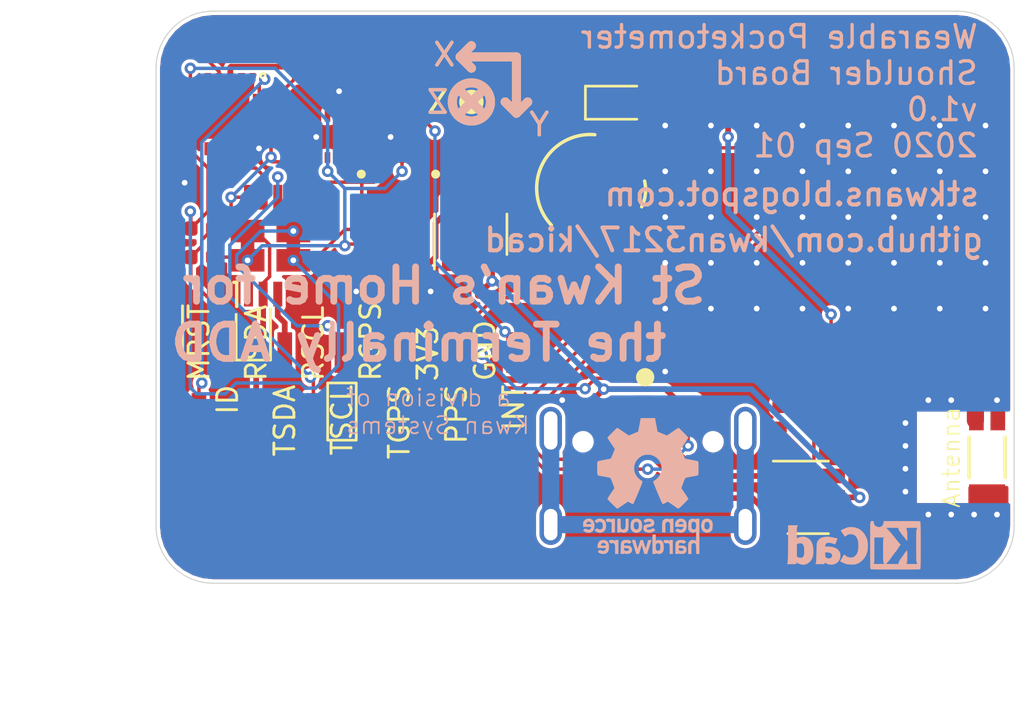
<source format=kicad_pcb>
(kicad_pcb (version 20171130) (host pcbnew 5.1.6-c6e7f7d~87~ubuntu18.04.1)
  (layers (0 F.Cu signal) (31 B.Cu signal) (34 B.Paste user) (35 F.Paste user) (36 B.SilkS user) (37 F.SilkS user) (38 B.Mask user) (39 F.Mask user) (44 Edge.Cuts user))
  (net 0 "")
  (net 1 /Shoulder/GPS/V_BATT)
  (net 2 /Shoulder/Q_3V3)
  (net 3 "Net-(D601-Pad1)")
  (net 4 /Shoulder/GPS/GPS_ANT1)
  (net 5 /Shoulder/SCL)
  (net 6 /Shoulder/SDA)
  (net 7 +5V)
  (net 8 /Shoulder/GPS/Regulator/BYP)
  (net 9 /Shoulder/GPS/USB/CC1)
  (net 10 /Shoulder/GPS/USB/PD-)
  (net 11 /Shoulder/GPS/USB/PD+)
  (net 12 /Shoulder/GPS/USB/CC2)
  (net 13 "Net-(J701-PadS1)")
  (net 14 /Shoulder/GPS/R_D+)
  (net 15 /Shoulder/GPS/R_D-)
  (net 16 /Shoulder/GPS/D-)
  (net 17 /Shoulder/GPS/D+)
  (net 18 /Shoulder/Q_MAG~RST)
  (net 19 /Shoulder/Q_PPS)
  (net 20 /Shoulder/Q_TX_SDA)
  (net 21 /Shoulder/Q_RX_SDA)
  (net 22 /Shoulder/Q_TX_SCL)
  (net 23 /Shoulder/Q_RX_SCL)
  (net 24 /Shoulder/Q_TX_GPS)
  (net 25 /Shoulder/Q_RX_GPS)
  (net 26 /Shoulder/Q_INT)
  (net 27 "Net-(R620-Pad1)")
  (net 28 "Net-(R621-Pad1)")
  (net 29 /Shoulder/Q_GND)
  (module KwanSystems:GCTUSBTypeC_PTH (layer F.Cu) (at 120.904 86.36)
    (fp_text reference J701 hide)
    (fp_text value USB_C_Receptacle_USB2.0)
    (pad "" np_thru_hole circle (at -2.89 -6.28) (size 0.65 0.65) (drill 0.65) (layers *.Cu *.Mask))
    (pad "" np_thru_hole circle (at 2.89 -6.28) (size 0.65 0.65) (drill 0.65) (layers *.Cu *.Mask))
    (pad A1 smd rect (at -3.2 -7.6425) (size 0.6 0.575) (layers F.Cu F.Paste F.Mask) (net 29 /Shoulder/Q_GND))
    (pad A12 smd rect (at 3.2 -7.6425) (size 0.6 0.575) (layers F.Cu F.Paste F.Mask) (net 29 /Shoulder/Q_GND))
    (pad B12 smd rect (at -3.2 -7.0675) (size 0.6 0.575) (layers F.Cu F.Paste F.Mask) (net 29 /Shoulder/Q_GND))
    (pad A4 smd rect (at -2.4 -7.6425) (size 0.6 0.575) (layers F.Cu F.Paste F.Mask) (net 7 +5V))
    (pad B9 smd rect (at -2.4 -7.0675) (size 0.6 0.575) (layers F.Cu F.Paste F.Mask) (net 7 +5V))
    (pad B8 smd rect (at -1.75 -7.355) (size 0.3 1.15) (layers F.Cu F.Paste F.Mask))
    (pad A5 smd rect (at -1.25 -7.355) (size 0.3 1.15) (layers F.Cu F.Paste F.Mask) (net 9 /Shoulder/GPS/USB/CC1))
    (pad B7 smd rect (at -0.75 -7.355) (size 0.3 1.15) (layers F.Cu F.Paste F.Mask) (net 10 /Shoulder/GPS/USB/PD-))
    (pad A6 smd rect (at -0.25 -7.355) (size 0.3 1.15) (layers F.Cu F.Paste F.Mask) (net 11 /Shoulder/GPS/USB/PD+))
    (pad A7 smd rect (at 0.25 -7.355) (size 0.3 1.15) (layers F.Cu F.Paste F.Mask) (net 10 /Shoulder/GPS/USB/PD-))
    (pad B6 smd rect (at 0.75 -7.355) (size 0.3 1.15) (layers F.Cu F.Paste F.Mask) (net 11 /Shoulder/GPS/USB/PD+))
    (pad A8 smd rect (at 1.25 -7.355) (size 0.3 1.15) (layers F.Cu F.Paste F.Mask))
    (pad B5 smd rect (at 1.75 -7.355) (size 0.3 1.15) (layers F.Cu F.Paste F.Mask) (net 12 /Shoulder/GPS/USB/CC2))
    (pad B4 smd rect (at 2.4 -7.0675) (size 0.6 0.575) (layers F.Cu F.Paste F.Mask) (net 7 +5V))
    (pad A9 smd rect (at 2.4 -7.6425) (size 0.6 0.575) (layers F.Cu F.Paste F.Mask) (net 7 +5V))
    (pad B1 smd rect (at 3.2 -7.0675) (size 0.6 0.575) (layers F.Cu F.Paste F.Mask) (net 29 /Shoulder/Q_GND))
    (pad S1 thru_hole oval (at -4.32 -6.78) (size 1 2.1) (drill oval 0.6 1.7) (layers *.Cu *.Mask) (net 13 "Net-(J701-PadS1)"))
    (pad S1 thru_hole oval (at -4.32 -2.6) (size 1 1.8) (drill oval 0.6 1.4) (layers *.Cu *.Mask) (net 13 "Net-(J701-PadS1)"))
    (pad S1 thru_hole oval (at 4.32 -2.6) (size 1 1.8) (drill oval 0.6 1.4) (layers *.Cu *.Mask) (net 13 "Net-(J701-PadS1)"))
    (pad S1 thru_hole oval (at 4.32 -6.78) (size 1 2.1) (drill oval 0.6 1.7) (layers *.Cu *.Mask) (net 13 "Net-(J701-PadS1)"))
  )
  (module KwanSystems:NEO-M9N_M8T_M8U (layer F.Cu) (at 129.54 70.358 270)
    (fp_text reference U601 hide)
    (fp_text value NEO_M8U hide)
    (pad 1 smd rect (at 6 7 270) (size 1.8 0.8) (layers F.Cu F.Mask))
    (pad 2 smd rect (at 6 5.9 270) (size 1.8 0.8) (layers F.Cu F.Mask))
    (pad 3 smd rect (at 6 4.8 270) (size 1.8 0.8) (layers F.Cu F.Mask) (net 19 /Shoulder/Q_PPS))
    (pad 4 smd rect (at 6 3.7 270) (size 1.8 0.8) (layers F.Cu F.Mask))
    (pad 5 smd rect (at 6 2.6 270) (size 1.8 0.8) (layers F.Cu F.Mask) (net 15 /Shoulder/GPS/R_D-))
    (pad 6 smd rect (at 6 1.5 270) (size 1.8 0.8) (layers F.Cu F.Mask) (net 14 /Shoulder/GPS/R_D+))
    (pad 7 smd rect (at 6 0.4 270) (size 1.8 0.8) (layers F.Cu F.Mask) (net 2 /Shoulder/Q_3V3))
    (pad 8 smd rect (at 6 -2.6 270) (size 1.8 0.8) (layers F.Cu F.Mask))
    (pad 9 smd rect (at 6 -3.7 270) (size 1.8 0.8) (layers F.Cu F.Mask))
    (pad 10 smd rect (at 6 -4.8 270) (size 1.8 0.8) (layers F.Cu F.Mask) (net 29 /Shoulder/Q_GND))
    (pad 11 smd rect (at 6 -5.9 270) (size 1.8 0.8) (layers F.Cu F.Mask) (net 4 /Shoulder/GPS/GPS_ANT1))
    (pad 12 smd rect (at 6 -7 270) (size 1.8 0.8) (layers F.Cu F.Mask) (net 29 /Shoulder/Q_GND))
    (pad 13 smd rect (at -6 -7 90) (size 1.8 0.8) (layers F.Cu F.Mask) (net 29 /Shoulder/Q_GND))
    (pad 14 smd rect (at -6 -5.9 90) (size 1.8 0.8) (layers F.Cu F.Mask))
    (pad 15 smd rect (at -6 -4.8 90) (size 1.8 0.8) (layers F.Cu F.Mask))
    (pad 16 smd rect (at -6 -3.7 90) (size 1.8 0.8) (layers F.Cu F.Mask))
    (pad 17 smd rect (at -6 -2.6 90) (size 1.8 0.8) (layers F.Cu F.Mask))
    (pad 18 smd rect (at -6 0.4 90) (size 1.8 0.8) (layers F.Cu F.Mask))
    (pad 19 smd rect (at -6 1.5 90) (size 1.8 0.8) (layers F.Cu F.Mask))
    (pad 20 smd rect (at -6 2.6 90) (size 1.8 0.8) (layers F.Cu F.Mask) (net 27 "Net-(R620-Pad1)"))
    (pad 21 smd rect (at -6 3.7 90) (size 1.8 0.8) (layers F.Cu F.Mask) (net 28 "Net-(R621-Pad1)"))
    (pad 22 smd rect (at -6 4.8 90) (size 1.8 0.8) (layers F.Cu F.Mask) (net 1 /Shoulder/GPS/V_BATT))
    (pad 23 smd rect (at -6 5.9 90) (size 1.8 0.8) (layers F.Cu F.Mask) (net 2 /Shoulder/Q_3V3))
    (pad 24 smd rect (at -6 7 90) (size 1.8 0.8) (layers F.Cu F.Mask) (net 29 /Shoulder/Q_GND))
  )
  (module Package_SO:TSSOP-8_3x3mm_P0.65mm (layer F.Cu) (at 104.14 71.374 90)
    (fp_text reference U202 hide)
    (fp_text value P82B96)
    (pad 8 smd rect (at 2.15 -0.975 90) (size 1.1 0.4) (layers F.Cu F.Paste F.Mask) (net 2 /Shoulder/Q_3V3))
    (pad 7 smd rect (at 2.15 -0.325 90) (size 1.1 0.4) (layers F.Cu F.Paste F.Mask) (net 5 /Shoulder/SCL))
    (pad 6 smd rect (at 2.15 0.325 90) (size 1.1 0.4) (layers F.Cu F.Paste F.Mask) (net 23 /Shoulder/Q_RX_SCL))
    (pad 5 smd rect (at 2.15 0.975 90) (size 1.1 0.4) (layers F.Cu F.Paste F.Mask) (net 22 /Shoulder/Q_TX_SCL))
    (pad 4 smd rect (at -2.15 0.975 90) (size 1.1 0.4) (layers F.Cu F.Paste F.Mask) (net 29 /Shoulder/Q_GND))
    (pad 3 smd rect (at -2.15 0.325 90) (size 1.1 0.4) (layers F.Cu F.Paste F.Mask) (net 20 /Shoulder/Q_TX_SDA))
    (pad 2 smd rect (at -2.15 -0.325 90) (size 1.1 0.4) (layers F.Cu F.Paste F.Mask) (net 21 /Shoulder/Q_RX_SDA))
    (pad 1 smd rect (at -2.15 -0.975 90) (size 1.1 0.4) (layers F.Cu F.Paste F.Mask) (net 6 /Shoulder/SDA))
  )
  (module KwanSystems:SolderJumper-2_Bridged (layer F.Cu) (at 105.156 71.374 90)
    (fp_text reference J207 hide)
    (fp_text value SolderJumper_2_Open)
    (fp_poly (pts (xy -0.25 -0.3) (xy 0.25 -0.3) (xy 0.25 0.3) (xy -0.25 0.3)) (layer F.Cu) (width 0))
    (pad 1 smd rect (at -0.65 0 90) (size 1 1.5) (layers F.Cu F.Mask) (net 5 /Shoulder/SCL))
    (pad 2 smd rect (at 0.65 0 90) (size 1 1.5) (layers F.Cu F.Mask) (net 22 /Shoulder/Q_TX_SCL))
  )
  (module KwanSystems:SolderJumper-2_Bridged (layer F.Cu) (at 103.124 71.374 90)
    (fp_text reference J201 hide)
    (fp_text value SolderJumper_2_Open)
    (fp_poly (pts (xy -0.25 -0.3) (xy 0.25 -0.3) (xy 0.25 0.3) (xy -0.25 0.3)) (layer F.Cu) (width 0))
    (pad 1 smd rect (at -0.65 0 90) (size 1 1.5) (layers F.Cu F.Mask) (net 6 /Shoulder/SDA))
    (pad 2 smd rect (at 0.65 0 90) (size 1 1.5) (layers F.Cu F.Mask) (net 21 /Shoulder/Q_RX_SDA))
  )
  (module Resistor_SMD:R_0402_1005Metric (layer F.Cu) (at 101.092 70.612 180)
    (fp_text reference R207 hide)
    (fp_text value 10k hide)
    (pad 2 smd roundrect (at 0.485 0 180) (size 0.59 0.64) (layers F.Cu F.Paste F.Mask) (net 5 /Shoulder/SCL))
    (pad 1 smd roundrect (at -0.485 0 180) (size 0.59 0.64) (layers F.Cu F.Paste F.Mask) (net 2 /Shoulder/Q_3V3))
  )
  (module Resistor_SMD:R_0402_1005Metric (layer F.Cu) (at 101.092 71.882)
    (fp_text reference R201 hide)
    (fp_text value 10k hide)
    (pad 2 smd roundrect (at 0.485 0) (size 0.59 0.64) (layers F.Cu F.Paste F.Mask) (net 6 /Shoulder/SDA))
    (pad 1 smd roundrect (at -0.485 0) (size 0.59 0.64) (layers F.Cu F.Paste F.Mask) (net 2 /Shoulder/Q_3V3))
  )
  (module Capacitor_SMD:C_0402_1005Metric (layer F.Cu) (at 113.03 67.31)
    (fp_text reference C805 hide)
    (fp_text value 2.2uF hide)
    (pad 2 smd roundrect (at 0.485 0) (size 0.59 0.64) (layers F.Cu F.Paste F.Mask) (net 29 /Shoulder/Q_GND))
    (pad 1 smd roundrect (at -0.485 0) (size 0.59 0.64) (layers F.Cu F.Paste F.Mask) (net 2 /Shoulder/Q_3V3))
  )
  (module KwanSystems:StKwansSoldermask (layer B.Cu) (at 103.886 81.788 180)
    (fp_text reference G902 hide)
    (fp_text value KwanSystems hide)
    (fp_text user github.com/kwan3217/kicad (at -9.652 10.668 unlocked) (layer B.SilkS) (effects (font (size 1.016 1.016) (thickness 0.1778)) (justify right mirror)))
    (fp_text user stkwans.blogspot.com (at -14.986 12.7 unlocked) (layer B.SilkS) (effects (font (size 1.016 1.016) (thickness 0.1778)) (justify right mirror)))
    (fp_text user "St Kwan's Home for" (at 3.81 8.636 unlocked) (layer B.SilkS) (effects (font (size 1.524 1.524) (thickness 0.3048)) (justify right mirror)))
    (fp_text user "the Terminally ADD" (at 4.318 6.096 unlocked) (layer B.SilkS) (effects (font (size 1.524 1.524) (thickness 0.3048)) (justify right mirror)))
  )
  (module Resistor_SMD:R_0402_1005Metric (layer F.Cu) (at 119.38 74.93)
    (fp_text reference R702 hide)
    (fp_text value 5.1k hide)
    (pad 2 smd roundrect (at 0.485 0) (size 0.59 0.64) (layers F.Cu F.Paste F.Mask) (net 29 /Shoulder/Q_GND))
    (pad 1 smd roundrect (at -0.485 0) (size 0.59 0.64) (layers F.Cu F.Paste F.Mask) (net 12 /Shoulder/GPS/USB/CC2))
  )
  (module Resistor_SMD:R_0402_1005Metric (layer F.Cu) (at 119.38 76.2)
    (fp_text reference R701 hide)
    (fp_text value 5.1k hide)
    (pad 2 smd roundrect (at 0.485 0) (size 0.59 0.64) (layers F.Cu F.Paste F.Mask) (net 29 /Shoulder/Q_GND))
    (pad 1 smd roundrect (at -0.485 0) (size 0.59 0.64) (layers F.Cu F.Paste F.Mask) (net 9 /Shoulder/GPS/USB/CC1))
  )
  (module Resistor_SMD:R_0402_1005Metric (layer F.Cu) (at 125.222 62.484 180)
    (fp_text reference R621 hide)
    (fp_text value 27)
    (pad 2 smd roundrect (at 0.485 0 180) (size 0.59 0.64) (layers F.Cu F.Paste F.Mask) (net 25 /Shoulder/Q_RX_GPS))
    (pad 1 smd roundrect (at -0.485 0 180) (size 0.59 0.64) (layers F.Cu F.Paste F.Mask) (net 28 "Net-(R621-Pad1)"))
  )
  (module Resistor_SMD:R_0402_1005Metric (layer F.Cu) (at 127.508 62.484)
    (fp_text reference R620 hide)
    (fp_text value 27 hide)
    (pad 2 smd roundrect (at 0.485 0) (size 0.59 0.64) (layers F.Cu F.Paste F.Mask) (net 24 /Shoulder/Q_TX_GPS))
    (pad 1 smd roundrect (at -0.485 0) (size 0.59 0.64) (layers F.Cu F.Paste F.Mask) (net 27 "Net-(R620-Pad1)"))
  )
  (module Resistor_SMD:R_0402_1005Metric (layer F.Cu) (at 128.27 78.994 90)
    (fp_text reference R606 hide)
    (fp_text value 27 hide)
    (pad 2 smd roundrect (at 0.485 0 90) (size 0.59 0.64) (layers F.Cu F.Paste F.Mask) (net 14 /Shoulder/GPS/R_D+))
    (pad 1 smd roundrect (at -0.485 0 90) (size 0.59 0.64) (layers F.Cu F.Paste F.Mask) (net 17 /Shoulder/GPS/D+))
  )
  (module Resistor_SMD:R_0402_1005Metric (layer F.Cu) (at 126.746 78.994 90)
    (fp_text reference R605 hide)
    (fp_text value 27 hide)
    (pad 2 smd roundrect (at 0.485 0 90) (size 0.59 0.64) (layers F.Cu F.Paste F.Mask) (net 15 /Shoulder/GPS/R_D-))
    (pad 1 smd roundrect (at -0.485 0 90) (size 0.59 0.64) (layers F.Cu F.Paste F.Mask) (net 16 /Shoulder/GPS/D-))
  )
  (module KwanSystems:Axis (layer F.Cu) (at 115.062 62.992 180)
    (fp_text reference G504 hide)
    (fp_text value Axis hide)
    (fp_text user Z (at 3.5 -2) (layer B.SilkS) (effects (justify mirror)))
    (fp_text user Y (at -1.016 -3) (layer B.SilkS) (effects (justify mirror)))
    (fp_text user X (at 3.2 0.1) (layer B.SilkS) (effects (justify mirror)))
    (fp_text user Z (at 3.5 -2) (layer F.SilkS))
    (fp_text user X (at 3.2 0.1) (layer F.SilkS))
    (fp_text user Y (at -1.016 -3) (layer F.SilkS))
  )
  (module Symbol:OSHW-Logo_5.7x6mm_SilkScreen (layer B.Cu) (at 120.904 82.042 180)
    (fp_text reference G903 hide)
    (fp_text value OSHW hide)
  )
  (module KwanSystems:Symbol_KiCAD-Logo_CopperAndSilkScreenTop_small (layer B.Cu) (at 130.048 84.582 180)
    (fp_text reference G901 hide)
    (fp_text value DesignedWithKicad hide)
  )
  (module Capacitor_SMD:C_0402_1005Metric (layer F.Cu) (at 105.41 64.262 270)
    (fp_text reference C508 hide)
    (fp_text value 100nF hide)
    (pad 2 smd roundrect (at 0.485 0 270) (size 0.59 0.64) (layers F.Cu F.Paste F.Mask) (net 29 /Shoulder/Q_GND))
    (pad 1 smd roundrect (at -0.485 0 270) (size 0.59 0.64) (layers F.Cu F.Paste F.Mask) (net 2 /Shoulder/Q_3V3))
  )
  (module Capacitor_SMD:C_0402_1005Metric (layer F.Cu) (at 106.426 64.262 270)
    (fp_text reference C505 hide)
    (fp_text value 100nF hide)
    (pad 2 smd roundrect (at 0.485 0 270) (size 0.59 0.64) (layers F.Cu F.Paste F.Mask) (net 29 /Shoulder/Q_GND))
    (pad 1 smd roundrect (at -0.485 0 270) (size 0.59 0.64) (layers F.Cu F.Paste F.Mask) (net 2 /Shoulder/Q_3V3))
  )
  (module Capacitor_SMD:C_0402_1005Metric (layer F.Cu) (at 109.22 73.66)
    (fp_text reference C408 hide)
    (fp_text value 100nF hide)
    (pad 2 smd roundrect (at 0.485 0) (size 0.59 0.64) (layers F.Cu F.Paste F.Mask) (net 2 /Shoulder/Q_3V3))
    (pad 1 smd roundrect (at -0.485 0) (size 0.59 0.64) (layers F.Cu F.Paste F.Mask) (net 29 /Shoulder/Q_GND))
  )
  (module Capacitor_SMD:C_0402_1005Metric (layer F.Cu) (at 109.22 69.596 180)
    (fp_text reference C406 hide)
    (fp_text value 100nF hide)
    (pad 2 smd roundrect (at 0.485 0 180) (size 0.59 0.64) (layers F.Cu F.Paste F.Mask) (net 29 /Shoulder/Q_GND))
    (pad 1 smd roundrect (at -0.485 0 180) (size 0.59 0.64) (layers F.Cu F.Paste F.Mask) (net 2 /Shoulder/Q_3V3))
  )
  (module Capacitor_SMD:C_0402_1005Metric (layer F.Cu) (at 108.712 64.262 270)
    (fp_text reference C308 hide)
    (fp_text value 100nF hide)
    (pad 2 smd roundrect (at 0.485 0 270) (size 0.59 0.64) (layers F.Cu F.Paste F.Mask) (net 29 /Shoulder/Q_GND))
    (pad 1 smd roundrect (at -0.485 0 270) (size 0.59 0.64) (layers F.Cu F.Paste F.Mask) (net 2 /Shoulder/Q_3V3))
  )
  (module Capacitor_SMD:C_0402_1005Metric (layer F.Cu) (at 109.728 64.262 270)
    (fp_text reference C305 hide)
    (fp_text value 100nF hide)
    (pad 2 smd roundrect (at 0.485 0 270) (size 0.59 0.64) (layers F.Cu F.Paste F.Mask) (net 29 /Shoulder/Q_GND))
    (pad 1 smd roundrect (at -0.485 0 270) (size 0.59 0.64) (layers F.Cu F.Paste F.Mask) (net 2 /Shoulder/Q_3V3))
  )
  (module Connector_PinSocket_1.27mm:PinSocket_1x12_P1.27mm_Vertical_SMD_Pin1Left (layer F.Cu) (at 107.95 77.47 270)
    (fp_text reference J202 hide)
    (fp_text value Conn_02x06_Male)
    (pad 12 smd rect (at 1.35 6.985 270) (size 1.8 0.65) (layers F.Cu F.Paste F.Mask) (net 18 /Shoulder/Q_MAG~RST))
    (pad 10 smd rect (at 1.35 4.445 270) (size 1.8 0.65) (layers F.Cu F.Paste F.Mask) (net 21 /Shoulder/Q_RX_SDA))
    (pad 8 smd rect (at 1.35 1.905 270) (size 1.8 0.65) (layers F.Cu F.Paste F.Mask) (net 23 /Shoulder/Q_RX_SCL))
    (pad 6 smd rect (at 1.35 -0.635 270) (size 1.8 0.65) (layers F.Cu F.Paste F.Mask) (net 25 /Shoulder/Q_RX_GPS))
    (pad 4 smd rect (at 1.35 -3.175 270) (size 1.8 0.65) (layers F.Cu F.Paste F.Mask) (net 2 /Shoulder/Q_3V3))
    (pad 2 smd rect (at 1.35 -5.715 270) (size 1.8 0.65) (layers F.Cu F.Paste F.Mask) (net 29 /Shoulder/Q_GND))
    (pad 11 smd rect (at -1.35 5.715 270) (size 1.8 0.65) (layers F.Cu F.Paste F.Mask) (net 2 /Shoulder/Q_3V3))
    (pad 9 smd rect (at -1.35 3.175 270) (size 1.8 0.65) (layers F.Cu F.Paste F.Mask) (net 20 /Shoulder/Q_TX_SDA))
    (pad 7 smd rect (at -1.35 0.635 270) (size 1.8 0.65) (layers F.Cu F.Paste F.Mask) (net 22 /Shoulder/Q_TX_SCL))
    (pad 5 smd rect (at -1.35 -1.905 270) (size 1.8 0.65) (layers F.Cu F.Paste F.Mask) (net 24 /Shoulder/Q_TX_GPS))
    (pad 3 smd rect (at -1.35 -4.445 270) (size 1.8 0.65) (layers F.Cu F.Paste F.Mask) (net 19 /Shoulder/Q_PPS))
    (pad 1 smd rect (at -1.35 -6.985 270) (size 1.8 0.65) (layers F.Cu F.Paste F.Mask) (net 26 /Shoulder/Q_INT))
  )
  (module KwanSystems:BME280 (layer F.Cu) (at 109.22 71.628 180)
    (fp_text reference U401 hide)
    (fp_text value BME280)
    (pad 6 smd rect (at -1.025 0.325 180) (size 0.5 0.35) (layers F.Cu F.Paste F.Mask) (net 2 /Shoulder/Q_3V3))
    (pad 7 smd rect (at -1.025 -0.325 180) (size 0.5 0.35) (layers F.Cu F.Paste F.Mask) (net 29 /Shoulder/Q_GND))
    (pad 5 smd rect (at -1.025 0.975 180) (size 0.5 0.35) (layers F.Cu F.Paste F.Mask) (net 29 /Shoulder/Q_GND))
    (pad 4 smd rect (at 1.025 0.975 180) (size 0.5 0.35) (layers F.Cu F.Paste F.Mask) (net 5 /Shoulder/SCL))
    (pad 1 smd rect (at 1.025 -0.975 180) (size 0.5 0.35) (layers F.Cu F.Paste F.Mask) (net 29 /Shoulder/Q_GND))
    (pad 3 smd rect (at 1.025 0.325 180) (size 0.5 0.35) (layers F.Cu F.Paste F.Mask) (net 6 /Shoulder/SDA))
    (pad 8 smd rect (at -1.025 -0.975 180) (size 0.5 0.35) (layers F.Cu F.Paste F.Mask) (net 2 /Shoulder/Q_3V3))
    (pad 2 smd rect (at 1.025 -0.325 180) (size 0.5 0.35) (layers F.Cu F.Paste F.Mask) (net 2 /Shoulder/Q_3V3))
  )
  (module Resistor_SMD:R_0402_1005Metric (layer F.Cu) (at 119.634 63.5)
    (fp_text reference R602 hide)
    (fp_text value 100k hide)
    (pad 2 smd roundrect (at 0.485 0) (size 0.59 0.64) (layers F.Cu F.Paste F.Mask) (net 29 /Shoulder/Q_GND))
    (pad 1 smd roundrect (at -0.485 0) (size 0.59 0.64) (layers F.Cu F.Paste F.Mask) (net 2 /Shoulder/Q_3V3))
  )
  (module Resistor_SMD:R_0402_1005Metric (layer F.Cu) (at 116.84 64.008 180)
    (fp_text reference R603 hide)
    (fp_text value 33)
    (pad 2 smd roundrect (at 0.485 0 180) (size 0.59 0.64) (layers F.Cu F.Paste F.Mask) (net 1 /Shoulder/GPS/V_BATT))
    (pad 1 smd roundrect (at -0.485 0 180) (size 0.59 0.64) (layers F.Cu F.Paste F.Mask) (net 3 "Net-(D601-Pad1)"))
  )
  (module KwanSystems:LGA-14L (layer F.Cu) (at 106.172 66.548 180)
    (fp_text reference U501)
    (fp_text value LSM6DSO hide)
    (pad 1 smd rect (at -1.1625 -0.75 180) (size 0.475 0.25) (layers F.Cu F.Paste F.Mask) (net 2 /Shoulder/Q_3V3))
    (pad 2 smd rect (at -1.1625 -0.25 180) (size 0.475 0.25) (layers F.Cu F.Paste F.Mask) (net 29 /Shoulder/Q_GND))
    (pad 3 smd rect (at -1.1625 0.25 180) (size 0.475 0.25) (layers F.Cu F.Paste F.Mask) (net 29 /Shoulder/Q_GND))
    (pad 4 smd rect (at -1.1625 0.75 180) (size 0.475 0.25) (layers F.Cu F.Paste F.Mask))
    (pad 5 smd rect (at -0.5 0.9125 270) (size 0.475 0.25) (layers F.Cu F.Paste F.Mask) (net 2 /Shoulder/Q_3V3))
    (pad 6 smd rect (at 0 0.9125 270) (size 0.475 0.25) (layers F.Cu F.Paste F.Mask) (net 29 /Shoulder/Q_GND))
    (pad 7 smd rect (at 0.5 0.9125 270) (size 0.475 0.25) (layers F.Cu F.Paste F.Mask) (net 29 /Shoulder/Q_GND))
    (pad 8 smd rect (at 1.1625 0.75) (size 0.475 0.25) (layers F.Cu F.Paste F.Mask) (net 2 /Shoulder/Q_3V3))
    (pad 9 smd rect (at 1.1625 0.25) (size 0.475 0.25) (layers F.Cu F.Paste F.Mask))
    (pad 10 smd rect (at 1.1625 -0.25) (size 0.475 0.25) (layers F.Cu F.Paste F.Mask))
    (pad 11 smd rect (at 1.1625 -0.75) (size 0.475 0.25) (layers F.Cu F.Paste F.Mask))
    (pad 12 smd rect (at 0.5 -0.9125 90) (size 0.475 0.25) (layers F.Cu F.Paste F.Mask) (net 2 /Shoulder/Q_3V3))
    (pad 13 smd rect (at 0 -0.9125 90) (size 0.475 0.25) (layers F.Cu F.Paste F.Mask) (net 5 /Shoulder/SCL))
    (pad 14 smd rect (at -0.5 -0.9125 90) (size 0.475 0.25) (layers F.Cu F.Paste F.Mask) (net 6 /Shoulder/SDA))
  )
  (module KwanSystems:LGA-14L (layer F.Cu) (at 109.474 66.548 180)
    (fp_text reference U301)
    (fp_text value LSM6DSO hide)
    (pad 1 smd rect (at -1.1625 -0.75 180) (size 0.475 0.25) (layers F.Cu F.Paste F.Mask) (net 29 /Shoulder/Q_GND))
    (pad 2 smd rect (at -1.1625 -0.25 180) (size 0.475 0.25) (layers F.Cu F.Paste F.Mask) (net 29 /Shoulder/Q_GND))
    (pad 3 smd rect (at -1.1625 0.25 180) (size 0.475 0.25) (layers F.Cu F.Paste F.Mask) (net 29 /Shoulder/Q_GND))
    (pad 4 smd rect (at -1.1625 0.75 180) (size 0.475 0.25) (layers F.Cu F.Paste F.Mask) (net 26 /Shoulder/Q_INT))
    (pad 5 smd rect (at -0.5 0.9125 270) (size 0.475 0.25) (layers F.Cu F.Paste F.Mask) (net 2 /Shoulder/Q_3V3))
    (pad 6 smd rect (at 0 0.9125 270) (size 0.475 0.25) (layers F.Cu F.Paste F.Mask) (net 29 /Shoulder/Q_GND))
    (pad 7 smd rect (at 0.5 0.9125 270) (size 0.475 0.25) (layers F.Cu F.Paste F.Mask) (net 29 /Shoulder/Q_GND))
    (pad 8 smd rect (at 1.1625 0.75) (size 0.475 0.25) (layers F.Cu F.Paste F.Mask) (net 2 /Shoulder/Q_3V3))
    (pad 9 smd rect (at 1.1625 0.25) (size 0.475 0.25) (layers F.Cu F.Paste F.Mask))
    (pad 10 smd rect (at 1.1625 -0.25) (size 0.475 0.25) (layers F.Cu F.Paste F.Mask))
    (pad 11 smd rect (at 1.1625 -0.75) (size 0.475 0.25) (layers F.Cu F.Paste F.Mask))
    (pad 12 smd rect (at 0.5 -0.9125 90) (size 0.475 0.25) (layers F.Cu F.Paste F.Mask) (net 2 /Shoulder/Q_3V3))
    (pad 13 smd rect (at 0 -0.9125 90) (size 0.475 0.25) (layers F.Cu F.Paste F.Mask) (net 5 /Shoulder/SCL))
    (pad 14 smd rect (at -0.5 -0.9125 90) (size 0.475 0.25) (layers F.Cu F.Paste F.Mask) (net 6 /Shoulder/SDA))
  )
  (module KwanSystems:W3011 (layer F.Cu) (at 135.96 80.772 90)
    (fp_text reference Y601 hide)
    (fp_text value W3011 hide)
    (fp_text user Antenna (at 0 -1.594 90) (layer F.SilkS) (effects (font (size 0.762 0.762) (thickness 0.0762))))
    (pad 3 smd rect (at -1.6 0 90) (size 0.8 1.6) (layers F.Cu F.Paste F.Mask) (net 29 /Shoulder/Q_GND))
    (pad 2 smd rect (at 1.6 0.475 90) (size 0.8 0.65) (layers F.Cu F.Paste F.Mask) (net 29 /Shoulder/Q_GND))
    (pad 1 smd rect (at 1.6 -0.475 90) (size 0.8 0.65) (layers F.Cu F.Paste F.Mask) (net 4 /Shoulder/GPS/GPS_ANT1))
  )
  (module KwanSystems:AK09970 (layer F.Cu) (at 102.108 65.532 180)
    (fp_text reference U201)
    (fp_text value AK09970)
    (pad 16 smd rect (at -1.5375 0.75 90) (size 0.3 0.575) (layers F.Cu F.Paste F.Mask) (net 18 /Shoulder/Q_MAG~RST))
    (pad 15 smd rect (at -1.5375 0.25 90) (size 0.3 0.575) (layers F.Cu F.Paste F.Mask) (net 2 /Shoulder/Q_3V3))
    (pad 14 smd rect (at -1.5375 -0.25 90) (size 0.3 0.575) (layers F.Cu F.Paste F.Mask))
    (pad 13 smd rect (at -1.5375 -0.75 90) (size 0.3 0.575) (layers F.Cu F.Paste F.Mask) (net 29 /Shoulder/Q_GND))
    (pad 12 smd rect (at -0.75 -1.5375) (size 0.3 0.575) (layers F.Cu F.Paste F.Mask) (net 29 /Shoulder/Q_GND))
    (pad 11 smd rect (at -0.25 -1.5375) (size 0.3 0.575) (layers F.Cu F.Paste F.Mask))
    (pad 10 smd rect (at 0.25 -1.5375) (size 0.3 0.575) (layers F.Cu F.Paste F.Mask))
    (pad 9 smd rect (at 0.75 -1.5375) (size 0.3 0.575) (layers F.Cu F.Paste F.Mask))
    (pad 8 smd rect (at 1.5375 -0.75 270) (size 0.3 0.575) (layers F.Cu F.Paste F.Mask))
    (pad 7 smd rect (at 1.5375 -0.25 270) (size 0.3 0.575) (layers F.Cu F.Paste F.Mask))
    (pad 6 smd rect (at 1.5375 0.25 270) (size 0.3 0.575) (layers F.Cu F.Paste F.Mask))
    (pad 5 smd rect (at 1.5375 0.75 270) (size 0.3 0.575) (layers F.Cu F.Paste F.Mask) (net 6 /Shoulder/SDA))
    (pad 4 smd rect (at 0.75 1.5375 180) (size 0.3 0.575) (layers F.Cu F.Paste F.Mask))
    (pad 3 smd rect (at 0.25 1.5375 180) (size 0.3 0.575) (layers F.Cu F.Paste F.Mask) (net 5 /Shoulder/SCL))
    (pad 2 smd rect (at -0.25 1.5375 180) (size 0.3 0.575) (layers F.Cu F.Paste F.Mask) (net 2 /Shoulder/Q_3V3))
    (pad 1 smd rect (at -0.75 1.5375 180) (size 0.3 0.575) (layers F.Cu F.Paste F.Mask))
  )
  (module Package_TO_SOT_SMD:SOT-23-5 (layer F.Cu) (at 113.03 70.866 90)
    (fp_text reference U801 hide)
    (fp_text value "MIC5319 3.3V")
    (pad 5 smd rect (at 1.1 -0.95 90) (size 1.06 0.65) (layers F.Cu F.Paste F.Mask) (net 2 /Shoulder/Q_3V3))
    (pad 4 smd rect (at 1.1 0.95 90) (size 1.06 0.65) (layers F.Cu F.Paste F.Mask) (net 8 /Shoulder/GPS/Regulator/BYP))
    (pad 3 smd rect (at -1.1 0.95 90) (size 1.06 0.65) (layers F.Cu F.Paste F.Mask) (net 7 +5V))
    (pad 2 smd rect (at -1.1 0 90) (size 1.06 0.65) (layers F.Cu F.Paste F.Mask) (net 29 /Shoulder/Q_GND))
    (pad 1 smd rect (at -1.1 -0.95 90) (size 1.06 0.65) (layers F.Cu F.Paste F.Mask) (net 7 +5V))
  )
  (module Package_TO_SOT_SMD:SOT-23-6 (layer F.Cu) (at 128.016 82.55)
    (fp_text reference U701 hide)
    (fp_text value USBLC6-2SC6)
    (pad 5 smd rect (at 1.1 0) (size 1.06 0.65) (layers F.Cu F.Paste F.Mask) (net 7 +5V))
    (pad 6 smd rect (at 1.1 -0.95) (size 1.06 0.65) (layers F.Cu F.Paste F.Mask) (net 17 /Shoulder/GPS/D+))
    (pad 4 smd rect (at 1.1 0.95) (size 1.06 0.65) (layers F.Cu F.Paste F.Mask) (net 16 /Shoulder/GPS/D-))
    (pad 3 smd rect (at -1.1 0.95) (size 1.06 0.65) (layers F.Cu F.Paste F.Mask) (net 10 /Shoulder/GPS/USB/PD-))
    (pad 2 smd rect (at -1.1 0) (size 1.06 0.65) (layers F.Cu F.Paste F.Mask) (net 29 /Shoulder/Q_GND))
    (pad 1 smd rect (at -1.1 -0.95) (size 1.06 0.65) (layers F.Cu F.Paste F.Mask) (net 11 /Shoulder/GPS/USB/PD+))
  )
  (module Diode_SMD:D_0603_1608Metric (layer F.Cu) (at 119.6085 65.024)
    (fp_text reference D601 hide)
    (fp_text value 0.5A/40V/420mV)
    (pad 2 smd roundrect (at 0.7875 0) (size 0.875 0.95) (layers F.Cu F.Paste F.Mask) (net 2 /Shoulder/Q_3V3))
    (pad 1 smd roundrect (at -0.7875 0) (size 0.875 0.95) (layers F.Cu F.Paste F.Mask) (net 3 "Net-(D601-Pad1)"))
  )
  (module Capacitor_SMD:C_0402_1005Metric (layer F.Cu) (at 113.03 68.326 180)
    (fp_text reference C804 hide)
    (fp_text value 100nF hide)
    (pad 2 smd roundrect (at 0.485 0 180) (size 0.59 0.64) (layers F.Cu F.Paste F.Mask) (net 29 /Shoulder/Q_GND))
    (pad 1 smd roundrect (at -0.485 0 180) (size 0.59 0.64) (layers F.Cu F.Paste F.Mask) (net 8 /Shoulder/GPS/Regulator/BYP))
  )
  (module Capacitor_SMD:C_0402_1005Metric (layer F.Cu) (at 113.03 73.406 180)
    (fp_text reference C801 hide)
    (fp_text value 1uF)
    (pad 2 smd roundrect (at 0.485 0 180) (size 0.59 0.64) (layers F.Cu F.Paste F.Mask) (net 29 /Shoulder/Q_GND))
    (pad 1 smd roundrect (at -0.485 0 180) (size 0.59 0.64) (layers F.Cu F.Paste F.Mask) (net 7 +5V))
  )
  (module Capacitor_SMD:C_0402_1005Metric (layer F.Cu) (at 116.84 65.024 180)
    (fp_text reference C601 hide)
    (fp_text value 1uF)
    (pad 2 smd roundrect (at 0.485 0 180) (size 0.59 0.64) (layers F.Cu F.Paste F.Mask) (net 29 /Shoulder/Q_GND))
    (pad 1 smd roundrect (at -0.485 0 180) (size 0.59 0.64) (layers F.Cu F.Paste F.Mask) (net 1 /Shoulder/GPS/V_BATT))
  )
  (module KwanSystems:Coin_Cell_ML414H (layer F.Cu) (at 118.364 68.834)
    (fp_text reference B601 hide)
    (fp_text value ML414H hide)
    (fp_poly (pts (xy 0.28 -2.68) (xy 2.68 -2.68) (xy 2.68 -0.28)) (layer F.Cu) (width 0))
    (pad 1 smd rect (at 2.022 -2.032) (size 1 1) (layers F.Cu F.Mask) (net 1 /Shoulder/GPS/V_BATT))
    (pad 2 smd rect (at 0.6 1.85) (size 4.2 1.7) (layers F.Cu F.Mask) (net 29 /Shoulder/Q_GND))
  )
  (gr_line (start 106.68 77.47) (end 107.95 77.47) (layer F.SilkS) (width 0.12))
  (gr_line (start 106.68 80.01) (end 106.68 77.47) (layer F.SilkS) (width 0.12))
  (gr_line (start 107.95 80.01) (end 106.68 80.01) (layer F.SilkS) (width 0.12))
  (gr_line (start 107.95 77.47) (end 107.95 80.01) (layer F.SilkS) (width 0.12))
  (gr_line (start 102.616 76.454) (end 102.616 74.422) (layer F.SilkS) (width 0.12))
  (gr_line (start 104.14 76.454) (end 102.616 76.454) (layer F.SilkS) (width 0.12))
  (gr_line (start 104.14 74.168) (end 104.14 76.454) (layer F.SilkS) (width 0.12))
  (gr_line (start 104.14 76.454) (end 104.14 74.168) (layer F.SilkS) (width 0.12))
  (gr_text "a division of\nKwan Systems" (at 107.442 78.74) (layer B.SilkS) (effects (font (size 0.762 0.762) (thickness 0.0762)) (justify right mirror)))
  (gr_text INT (at 114.935 77.47 90) (layer F.SilkS) (effects (font (size 0.889 0.889) (thickness 0.127)) (justify right)))
  (gr_text PPS (at 112.395 77.47 90) (layer F.SilkS) (effects (font (size 0.889 0.889) (thickness 0.127)) (justify right)))
  (gr_text TGPS (at 109.855 77.47 90) (layer F.SilkS) (effects (font (size 0.889 0.889) (thickness 0.127)) (justify right)))
  (gr_text TSCL (at 107.315 77.47 90) (layer F.SilkS) (effects (font (size 0.889 0.889) (thickness 0.127)) (justify right)))
  (gr_text TSDA (at 104.775 77.47 90) (layer F.SilkS) (effects (font (size 0.889 0.889) (thickness 0.127)) (justify right)))
  (gr_text ID (at 102.235 77.47 90) (layer F.SilkS) (effects (font (size 0.889 0.889) (thickness 0.127)) (justify right)))
  (gr_text GND (at 113.665 77.47 90) (layer F.SilkS) (effects (font (size 0.889 0.889) (thickness 0.127)) (justify left)))
  (gr_text 3V3 (at 111.125 77.47 90) (layer F.SilkS) (effects (font (size 0.889 0.889) (thickness 0.127)) (justify left)))
  (gr_text RGPS (at 108.585 77.47 90) (layer F.SilkS) (effects (font (size 0.889 0.889) (thickness 0.127)) (justify left)))
  (gr_text RSCL (at 106.045 77.47 90) (layer F.SilkS) (effects (font (size 0.889 0.889) (thickness 0.127)) (justify left)))
  (gr_text RSDA (at 103.505 77.47 90) (layer F.SilkS) (effects (font (size 0.889 0.889) (thickness 0.127)) (justify left)))
  (gr_text M~RST (at 100.965 77.47 90) (layer F.SilkS) (effects (font (size 0.889 0.889) (thickness 0.127)) (justify left)))
  (gr_text "Wearable Pocketometer\nShoulder Board\nv1.0\n2020 Sep 01" (at 135.636 64.516) (layer B.SilkS) (effects (font (size 1 1)) (justify left mirror)))
  (gr_line (start 99.06 63.5) (end 99.06 66.04) (layer Edge.Cuts) (width 0.05))
  (gr_line (start 99.06 66.04) (end 99.06 83.82) (layer Edge.Cuts) (width 0.05))
  (gr_line (start 101.6 86.36) (end 134.62 86.36) (layer Edge.Cuts) (width 0.05))
  (gr_arc (start 101.6 83.82) (end 99.06 83.82) (angle -90) (layer Edge.Cuts) (width 0.05))
  (gr_arc (start 101.6 63.5) (end 101.6 60.96) (angle -90) (layer Edge.Cuts) (width 0.05))
  (gr_arc (start 134.62 63.5) (end 137.16 63.5) (angle -90) (layer Edge.Cuts) (width 0.05))
  (gr_arc (start 134.62 83.82) (end 134.62 86.36) (angle -90) (layer Edge.Cuts) (width 0.05))
  (gr_line (start 134.62 60.96) (end 101.6 60.96) (layer Edge.Cuts) (width 0.05))
  (gr_line (start 137.16 83.82) (end 137.16 63.5) (layer Edge.Cuts) (width 0.05))
  (segment (start 116.355 64.054) (end 117.325 65.024) (width 0.1524) (layer F.Cu) (net 1))
  (segment (start 116.355 64.008) (end 116.355 64.054) (width 0.1524) (layer F.Cu) (net 1))
  (segment (start 119.38 66.802) (end 120.386 66.802) (width 0.1524) (layer F.Cu) (net 1))
  (segment (start 117.325 65.024) (end 117.348 65.024) (width 0.1524) (layer F.Cu) (net 1))
  (segment (start 117.348 65.024) (end 118.364 66.04) (width 0.1524) (layer F.Cu) (net 1))
  (segment (start 118.618 66.04) (end 119.38 66.802) (width 0.1524) (layer F.Cu) (net 1))
  (segment (start 118.364 66.04) (end 118.618 66.04) (width 0.1524) (layer F.Cu) (net 1))
  (segment (start 124.942601 66.827399) (end 124.942601 64.560601) (width 0.1524) (layer F.Cu) (net 1))
  (segment (start 124.942601 64.560601) (end 124.74 64.358) (width 0.1524) (layer F.Cu) (net 1))
  (segment (start 120.614601 67.030601) (end 124.739399 67.030601) (width 0.1524) (layer F.Cu) (net 1))
  (segment (start 124.739399 67.030601) (end 124.942601 66.827399) (width 0.1524) (layer F.Cu) (net 1))
  (segment (start 120.386 66.802) (end 120.614601 67.030601) (width 0.1524) (layer F.Cu) (net 1))
  (segment (start 103.165 69.224) (end 102.392 69.224) (width 0.1524) (layer F.Cu) (net 2))
  (segment (start 102.358 63.9945) (end 102.358 63.453) (width 0.254) (layer F.Cu) (net 2))
  (segment (start 112.08 69.766) (end 111.97059 69.65659) (width 0.254) (layer F.Cu) (net 2))
  (segment (start 112.08 69.766) (end 111.969202 69.766) (width 0.1524) (layer F.Cu) (net 2))
  (via (at 102.392 69.224) (size 0.508) (drill 0.254) (layers F.Cu B.Cu) (net 2))
  (via (at 104.166401 67.444001) (size 0.508) (drill 0.254) (layers F.Cu B.Cu) (net 2))
  (segment (start 102.392 69.224) (end 104.166401 67.449599) (width 0.1524) (layer B.Cu) (net 2))
  (segment (start 104.166401 67.449599) (end 104.166401 67.444001) (width 0.1524) (layer B.Cu) (net 2))
  (segment (start 104.166401 67.444001) (end 104.166401 67.590401) (width 0.1524) (layer F.Cu) (net 2))
  (segment (start 105.480899 67.651601) (end 105.672 67.4605) (width 0.1524) (layer F.Cu) (net 2))
  (segment (start 104.227601 67.651601) (end 105.480899 67.651601) (width 0.1524) (layer F.Cu) (net 2))
  (segment (start 104.166401 67.590401) (end 104.227601 67.651601) (width 0.1524) (layer F.Cu) (net 2))
  (segment (start 104.735518 65.798) (end 105.0095 65.798) (width 0.1524) (layer F.Cu) (net 2))
  (segment (start 108.782899 67.651601) (end 108.974 67.4605) (width 0.1524) (layer F.Cu) (net 2))
  (segment (start 107.845399 67.605881) (end 107.891119 67.651601) (width 0.1524) (layer F.Cu) (net 2))
  (segment (start 107.891119 67.651601) (end 108.782899 67.651601) (width 0.1524) (layer F.Cu) (net 2))
  (segment (start 107.9216 65.798) (end 107.845399 65.874201) (width 0.1524) (layer F.Cu) (net 2))
  (segment (start 108.3115 65.798) (end 107.9216 65.798) (width 0.1524) (layer F.Cu) (net 2))
  (segment (start 107.752798 67.298) (end 107.845399 67.205399) (width 0.1524) (layer F.Cu) (net 2))
  (segment (start 107.3345 67.298) (end 107.752798 67.298) (width 0.1524) (layer F.Cu) (net 2))
  (segment (start 107.845399 65.874201) (end 107.845399 67.205399) (width 0.1524) (layer F.Cu) (net 2))
  (segment (start 107.845399 67.205399) (end 107.845399 67.605881) (width 0.1524) (layer F.Cu) (net 2))
  (via (at 129.032 74.422) (size 0.508) (drill 0.254) (layers F.Cu B.Cu) (net 2))
  (segment (start 129.032 76.25) (end 129.14 76.358) (width 0.1524) (layer F.Cu) (net 2))
  (segment (start 129.032 74.422) (end 129.032 76.25) (width 0.1524) (layer F.Cu) (net 2))
  (segment (start 106.426 63.777) (end 107.481 63.777) (width 0.254) (layer F.Cu) (net 2))
  (segment (start 106.426 63.777) (end 105.41 63.777) (width 0.254) (layer F.Cu) (net 2))
  (segment (start 110.058518 71.303) (end 110.245 71.303) (width 0.1524) (layer F.Cu) (net 2))
  (segment (start 109.705 70.949482) (end 110.058518 71.303) (width 0.1524) (layer F.Cu) (net 2))
  (segment (start 109.705 69.596) (end 109.705 70.949482) (width 0.1524) (layer F.Cu) (net 2))
  (segment (start 108.701482 71.953) (end 109.705 70.949482) (width 0.1524) (layer F.Cu) (net 2))
  (segment (start 108.195 71.953) (end 108.701482 71.953) (width 0.1524) (layer F.Cu) (net 2))
  (segment (start 109.351482 72.603) (end 108.701482 71.953) (width 0.1524) (layer F.Cu) (net 2))
  (segment (start 110.245 72.603) (end 109.351482 72.603) (width 0.1524) (layer F.Cu) (net 2))
  (segment (start 111.125 78.82) (end 111.125 80.137) (width 0.254) (layer F.Cu) (net 2))
  (segment (start 111.125 80.137) (end 110.998 80.264) (width 0.254) (layer F.Cu) (net 2))
  (segment (start 107.980599 75.384401) (end 109.705 73.66) (width 0.254) (layer F.Cu) (net 2))
  (segment (start 107.980599 79.943521) (end 107.980599 75.384401) (width 0.254) (layer F.Cu) (net 2))
  (segment (start 108.301078 80.264) (end 107.980599 79.943521) (width 0.254) (layer F.Cu) (net 2))
  (segment (start 110.998 80.264) (end 108.301078 80.264) (width 0.254) (layer F.Cu) (net 2))
  (segment (start 109.705 73.143) (end 110.245 72.603) (width 0.254) (layer F.Cu) (net 2))
  (segment (start 109.705 73.66) (end 109.705 73.143) (width 0.254) (layer F.Cu) (net 2))
  (segment (start 111.475599 70.370401) (end 112.08 69.766) (width 0.254) (layer F.Cu) (net 2))
  (segment (start 111.475599 71.876401) (end 111.475599 70.370401) (width 0.254) (layer F.Cu) (net 2))
  (segment (start 110.749 72.603) (end 111.475599 71.876401) (width 0.254) (layer F.Cu) (net 2))
  (segment (start 110.245 72.603) (end 110.749 72.603) (width 0.254) (layer F.Cu) (net 2))
  (segment (start 109.728 63.777) (end 108.712 63.777) (width 0.254) (layer F.Cu) (net 2))
  (segment (start 105.060599 63.427599) (end 102.383401 63.427599) (width 0.254) (layer F.Cu) (net 2))
  (segment (start 102.383401 63.427599) (end 102.358 63.453) (width 0.254) (layer F.Cu) (net 2))
  (segment (start 105.41 63.777) (end 105.060599 63.427599) (width 0.254) (layer F.Cu) (net 2))
  (segment (start 104.6014 65.798) (end 105.0095 65.798) (width 0.1524) (layer F.Cu) (net 2))
  (segment (start 104.0854 65.282) (end 104.6014 65.798) (width 0.1524) (layer F.Cu) (net 2))
  (segment (start 103.6455 65.282) (end 104.0854 65.282) (width 0.1524) (layer F.Cu) (net 2))
  (segment (start 104.166401 66.232999) (end 104.6014 65.798) (width 0.1524) (layer F.Cu) (net 2))
  (segment (start 104.166401 67.444001) (end 104.166401 66.232999) (width 0.1524) (layer F.Cu) (net 2))
  (segment (start 104.161601 65.025399) (end 105.41 63.777) (width 0.1524) (layer F.Cu) (net 2))
  (segment (start 104.161601 65.205799) (end 104.161601 65.025399) (width 0.1524) (layer F.Cu) (net 2))
  (segment (start 104.0854 65.282) (end 104.161601 65.205799) (width 0.1524) (layer F.Cu) (net 2))
  (segment (start 107.754881 65.444399) (end 107.845399 65.534917) (width 0.1524) (layer F.Cu) (net 2))
  (segment (start 106.863101 65.444399) (end 107.754881 65.444399) (width 0.1524) (layer F.Cu) (net 2))
  (segment (start 106.672 65.6355) (end 106.863101 65.444399) (width 0.1524) (layer F.Cu) (net 2))
  (segment (start 107.845399 63.858601) (end 107.927 63.777) (width 0.1524) (layer F.Cu) (net 2))
  (segment (start 108.712 63.777) (end 107.927 63.777) (width 0.254) (layer F.Cu) (net 2))
  (segment (start 107.845399 65.636601) (end 107.845399 63.858601) (width 0.1524) (layer F.Cu) (net 2))
  (segment (start 107.927 63.777) (end 107.481 63.777) (width 0.254) (layer F.Cu) (net 2))
  (segment (start 107.845399 65.636601) (end 107.845399 65.874201) (width 0.1524) (layer F.Cu) (net 2))
  (segment (start 107.845399 65.534917) (end 107.845399 65.636601) (width 0.1524) (layer F.Cu) (net 2))
  (segment (start 110.27661 63.79461) (end 110.259 63.777) (width 0.1524) (layer F.Cu) (net 2))
  (segment (start 110.27661 65.33289) (end 110.27661 63.79461) (width 0.1524) (layer F.Cu) (net 2))
  (segment (start 109.974 65.6355) (end 110.27661 65.33289) (width 0.1524) (layer F.Cu) (net 2))
  (segment (start 110.259 63.777) (end 109.728 63.777) (width 0.254) (layer F.Cu) (net 2))
  (segment (start 102.392 69.335) (end 102.392 69.224) (width 0.1524) (layer F.Cu) (net 2))
  (segment (start 110.259 63.777) (end 110.767 63.777) (width 0.254) (layer F.Cu) (net 2))
  (segment (start 111.97059 67.88441) (end 112.545 67.31) (width 0.254) (layer F.Cu) (net 2))
  (segment (start 111.97059 68.675332) (end 111.97059 67.88441) (width 0.254) (layer F.Cu) (net 2))
  (segment (start 112.08 68.784742) (end 111.97059 68.675332) (width 0.254) (layer F.Cu) (net 2))
  (segment (start 112.08 69.766) (end 112.08 68.784742) (width 0.254) (layer F.Cu) (net 2))
  (segment (start 112.545 67.31) (end 112.545 65.555) (width 0.254) (layer F.Cu) (net 2))
  (segment (start 102.392 69.797) (end 101.577 70.612) (width 0.1524) (layer F.Cu) (net 2))
  (segment (start 102.392 69.224) (end 102.392 69.797) (width 0.1524) (layer F.Cu) (net 2))
  (segment (start 101.577 70.612) (end 101.577 70.635) (width 0.1524) (layer F.Cu) (net 2))
  (segment (start 101.577 70.635) (end 101.092 71.12) (width 0.1524) (layer F.Cu) (net 2))
  (segment (start 101.092 71.397) (end 100.607 71.882) (width 0.1524) (layer F.Cu) (net 2))
  (segment (start 101.092 71.12) (end 101.092 71.397) (width 0.1524) (layer F.Cu) (net 2))
  (segment (start 100.607 72.921) (end 102.235 74.549) (width 0.1524) (layer F.Cu) (net 2))
  (segment (start 100.607 71.882) (end 100.607 72.921) (width 0.1524) (layer F.Cu) (net 2))
  (segment (start 102.235 76.12) (end 102.235 74.549) (width 0.1524) (layer F.Cu) (net 2))
  (segment (start 119.05759 63.40859) (end 119.149 63.5) (width 0.254) (layer F.Cu) (net 2))
  (segment (start 114.69141 63.40859) (end 119.05759 63.40859) (width 0.254) (layer F.Cu) (net 2))
  (segment (start 119.38 63.731) (end 119.149 63.5) (width 0.254) (layer F.Cu) (net 2))
  (segment (start 120.396 65.024) (end 119.38 64.008) (width 0.254) (layer F.Cu) (net 2))
  (segment (start 119.38 64.008) (end 119.38 63.731) (width 0.254) (layer F.Cu) (net 2))
  (segment (start 114.323 63.777) (end 114.69141 63.40859) (width 0.254) (layer F.Cu) (net 2))
  (segment (start 112.545 65.555) (end 112.545 63.777) (width 0.254) (layer F.Cu) (net 2))
  (segment (start 110.767 63.777) (end 112.545 63.777) (width 0.254) (layer F.Cu) (net 2))
  (segment (start 112.545 63.777) (end 114.323 63.777) (width 0.254) (layer F.Cu) (net 2))
  (segment (start 123.163521 63.178599) (end 123.64 63.655078) (width 0.254) (layer F.Cu) (net 2))
  (segment (start 121.766401 63.178599) (end 123.163521 63.178599) (width 0.254) (layer F.Cu) (net 2))
  (segment (start 123.64 63.655078) (end 123.64 64.358) (width 0.254) (layer F.Cu) (net 2))
  (segment (start 120.396 64.549) (end 121.766401 63.178599) (width 0.254) (layer F.Cu) (net 2))
  (segment (start 120.396 65.024) (end 120.396 64.549) (width 0.254) (layer F.Cu) (net 2))
  (segment (start 123.64 64.358) (end 123.64 64.966) (width 0.254) (layer F.Cu) (net 2))
  (via (at 124.46 66.548) (size 0.508) (drill 0.254) (layers F.Cu B.Cu) (net 2))
  (segment (start 123.64 64.966) (end 124.46 65.786) (width 0.254) (layer F.Cu) (net 2))
  (segment (start 124.46 65.786) (end 124.46 66.548) (width 0.254) (layer F.Cu) (net 2))
  (segment (start 124.46 69.85) (end 129.032 74.422) (width 0.254) (layer B.Cu) (net 2))
  (segment (start 124.46 66.548) (end 124.46 69.85) (width 0.254) (layer B.Cu) (net 2))
  (segment (start 118.821 65.024) (end 118.821 64.973) (width 0.1524) (layer F.Cu) (net 3))
  (segment (start 118.821 64.973) (end 118.364 64.516) (width 0.1524) (layer F.Cu) (net 3))
  (segment (start 117.833 64.516) (end 117.325 64.008) (width 0.1524) (layer F.Cu) (net 3))
  (segment (start 118.364 64.516) (end 117.833 64.516) (width 0.1524) (layer F.Cu) (net 3))
  (segment (start 135.44 75.85) (end 135.44 79.130801) (width 0.762) (layer F.Cu) (net 4))
  (segment (start 109.474 67.818) (end 109.474 67.4605) (width 0.1524) (layer F.Cu) (net 5))
  (segment (start 108.737399 68.554601) (end 109.474 67.818) (width 0.1524) (layer F.Cu) (net 5))
  (segment (start 108.229399 68.554601) (end 108.737399 68.554601) (width 0.1524) (layer F.Cu) (net 5))
  (segment (start 106.400601 68.554601) (end 106.172 68.326) (width 0.1524) (layer F.Cu) (net 5))
  (segment (start 106.172 68.326) (end 106.172 67.818) (width 0.1524) (layer F.Cu) (net 5))
  (segment (start 106.172 67.818) (end 106.172 67.4605) (width 0.1524) (layer F.Cu) (net 5))
  (segment (start 101.229881 63.017399) (end 101.858 63.645518) (width 0.1524) (layer F.Cu) (net 5))
  (segment (start 101.858 63.645518) (end 101.858 63.9945) (width 0.1524) (layer F.Cu) (net 5))
  (segment (start 100.352351 63.017399) (end 101.229881 63.017399) (width 0.1524) (layer F.Cu) (net 5))
  (segment (start 100.054399 63.315351) (end 100.352351 63.017399) (width 0.1524) (layer F.Cu) (net 5))
  (segment (start 100.054399 66.614881) (end 100.054399 63.315351) (width 0.1524) (layer F.Cu) (net 5))
  (segment (start 101.366119 67.926601) (end 100.054399 66.614881) (width 0.1524) (layer F.Cu) (net 5))
  (segment (start 103.815 68.801399) (end 103.815 69.224) (width 0.1524) (layer F.Cu) (net 5))
  (segment (start 108.195 68.571) (end 108.178601 68.554601) (width 0.1524) (layer F.Cu) (net 5))
  (segment (start 108.195 70.653) (end 108.195 68.571) (width 0.1524) (layer F.Cu) (net 5))
  (segment (start 108.229399 68.554601) (end 108.178601 68.554601) (width 0.1524) (layer F.Cu) (net 5))
  (segment (start 108.178601 68.554601) (end 106.400601 68.554601) (width 0.1524) (layer F.Cu) (net 5))
  (segment (start 101.366119 69.852881) (end 101.366119 67.926601) (width 0.1524) (layer F.Cu) (net 5))
  (segment (start 100.607 70.612) (end 101.366119 69.852881) (width 0.1524) (layer F.Cu) (net 5))
  (segment (start 106.07775 72.024) (end 105.156 72.024) (width 0.1524) (layer F.Cu) (net 5))
  (segment (start 107.44875 70.653) (end 106.07775 72.024) (width 0.1524) (layer F.Cu) (net 5))
  (segment (start 108.195 70.653) (end 107.44875 70.653) (width 0.1524) (layer F.Cu) (net 5))
  (segment (start 101.366119 67.926601) (end 103.486601 67.926601) (width 0.1524) (layer F.Cu) (net 5))
  (segment (start 103.815 68.255) (end 103.815 69.224) (width 0.1524) (layer F.Cu) (net 5))
  (segment (start 103.486601 67.926601) (end 103.815 68.255) (width 0.1524) (layer F.Cu) (net 5))
  (segment (start 100.607 70.612) (end 100.607 69.873) (width 0.1524) (layer F.Cu) (net 5))
  (via (at 100.584 69.85) (size 0.508) (drill 0.254) (layers F.Cu B.Cu) (net 5))
  (segment (start 100.607 69.873) (end 100.584 69.85) (width 0.1524) (layer F.Cu) (net 5))
  (via (at 105.156 72.024) (size 0.508) (drill 0.254) (layers F.Cu B.Cu) (net 5))
  (segment (start 107.162601 74.030601) (end 105.156 72.024) (width 0.1524) (layer B.Cu) (net 5))
  (segment (start 106.149649 77.698601) (end 107.162601 76.685649) (width 0.1524) (layer B.Cu) (net 5))
  (segment (start 105.689399 77.698601) (end 106.149649 77.698601) (width 0.1524) (layer B.Cu) (net 5))
  (segment (start 102.133399 77.952601) (end 102.616 77.47) (width 0.1524) (layer B.Cu) (net 5))
  (segment (start 100.584 69.85) (end 100.584 77.67625) (width 0.1524) (layer B.Cu) (net 5))
  (segment (start 105.460798 77.47) (end 105.689399 77.698601) (width 0.1524) (layer B.Cu) (net 5))
  (segment (start 100.860351 77.952601) (end 102.133399 77.952601) (width 0.1524) (layer B.Cu) (net 5))
  (segment (start 107.162601 76.685649) (end 107.162601 74.030601) (width 0.1524) (layer B.Cu) (net 5))
  (segment (start 100.584 77.67625) (end 100.860351 77.952601) (width 0.1524) (layer B.Cu) (net 5))
  (segment (start 102.616 77.47) (end 105.460798 77.47) (width 0.1524) (layer B.Cu) (net 5))
  (via (at 106.68 68.072) (size 0.508) (drill 0.254) (layers F.Cu B.Cu) (net 6))
  (segment (start 107.442 68.834) (end 106.68 68.072) (width 0.1524) (layer B.Cu) (net 6))
  (segment (start 106.68 67.4685) (end 106.672 67.4605) (width 0.1524) (layer F.Cu) (net 6))
  (segment (start 106.68 68.072) (end 106.68 67.4685) (width 0.1524) (layer F.Cu) (net 6))
  (via (at 109.982 68.072) (size 0.508) (drill 0.254) (layers F.Cu B.Cu) (net 6))
  (segment (start 107.442 68.834) (end 109.22 68.834) (width 0.1524) (layer B.Cu) (net 6))
  (segment (start 109.22 68.834) (end 109.982 68.072) (width 0.1524) (layer B.Cu) (net 6))
  (segment (start 109.982 67.4685) (end 109.974 67.4605) (width 0.1524) (layer F.Cu) (net 6))
  (segment (start 109.982 68.072) (end 109.982 67.4685) (width 0.1524) (layer F.Cu) (net 6))
  (via (at 100.584 63.5) (size 0.508) (drill 0.254) (layers F.Cu B.Cu) (net 6))
  (segment (start 104.34625 63.5) (end 100.584 63.5) (width 0.1524) (layer B.Cu) (net 6))
  (segment (start 106.68 68.072) (end 106.68 65.83375) (width 0.1524) (layer B.Cu) (net 6))
  (segment (start 106.68 65.83375) (end 104.34625 63.5) (width 0.1524) (layer B.Cu) (net 6))
  (segment (start 100.584 64.7685) (end 100.5705 64.782) (width 0.1524) (layer F.Cu) (net 6))
  (segment (start 100.584 63.5) (end 100.584 64.7685) (width 0.1524) (layer F.Cu) (net 6))
  (via (at 107.442 71.374) (size 0.508) (drill 0.254) (layers F.Cu B.Cu) (net 6))
  (segment (start 107.513 71.303) (end 107.442 71.374) (width 0.1524) (layer F.Cu) (net 6))
  (segment (start 108.195 71.303) (end 107.513 71.303) (width 0.1524) (layer F.Cu) (net 6))
  (segment (start 107.442 71.374) (end 107.442 68.834) (width 0.1524) (layer B.Cu) (net 6))
  (segment (start 103.165 72.065) (end 103.124 72.024) (width 0.1524) (layer F.Cu) (net 6))
  (segment (start 103.165 73.524) (end 103.165 72.065) (width 0.1524) (layer F.Cu) (net 6))
  (segment (start 102.982 71.882) (end 103.124 72.024) (width 0.1524) (layer F.Cu) (net 6))
  (segment (start 101.577 71.882) (end 102.982 71.882) (width 0.1524) (layer F.Cu) (net 6))
  (via (at 103.124 72.024) (size 0.508) (drill 0.254) (layers F.Cu B.Cu) (net 6))
  (segment (start 107.442 71.374) (end 103.774 71.374) (width 0.1524) (layer B.Cu) (net 6))
  (segment (start 103.774 71.374) (end 103.124 72.024) (width 0.1524) (layer B.Cu) (net 6))
  (segment (start 123.076 78.7175) (end 123.076 79.2925) (width 0.1524) (layer F.Cu) (net 7))
  (segment (start 113.98 72.941) (end 113.98 71.966) (width 0.254) (layer F.Cu) (net 7))
  (segment (start 113.515 73.406) (end 113.98 72.941) (width 0.254) (layer F.Cu) (net 7))
  (segment (start 112.08 71.966) (end 112.08 71.054) (width 0.254) (layer F.Cu) (net 7))
  (segment (start 112.08 71.054) (end 113.726 71.054) (width 0.254) (layer F.Cu) (net 7))
  (segment (start 113.98 71.308) (end 113.98 71.966) (width 0.254) (layer F.Cu) (net 7))
  (segment (start 113.98 71.308) (end 113.726 71.054) (width 0.254) (layer F.Cu) (net 7))
  (segment (start 118.504 78.7175) (end 118.504 79.2925) (width 0.254) (layer F.Cu) (net 7))
  (segment (start 123.304 78.7175) (end 123.304 79.2925) (width 0.254) (layer F.Cu) (net 7))
  (segment (start 118.504 78.7175) (end 118.504 78.176) (width 0.254) (layer F.Cu) (net 7))
  (segment (start 118.935811 77.744189) (end 121.686189 77.744189) (width 0.254) (layer F.Cu) (net 7))
  (segment (start 118.504 78.176) (end 118.935811 77.744189) (width 0.254) (layer F.Cu) (net 7))
  (segment (start 123.027521 78.150599) (end 123.304 78.427078) (width 0.254) (layer F.Cu) (net 7))
  (segment (start 122.092599 78.150599) (end 123.027521 78.150599) (width 0.254) (layer F.Cu) (net 7))
  (segment (start 123.304 78.427078) (end 123.304 78.7175) (width 0.254) (layer F.Cu) (net 7))
  (segment (start 121.686189 77.744189) (end 122.092599 78.150599) (width 0.254) (layer F.Cu) (net 7))
  (via (at 118.935811 77.744189) (size 0.508) (drill 0.254) (layers F.Cu B.Cu) (net 7))
  (via (at 113.98 72.941) (size 0.508) (drill 0.254) (layers F.Cu B.Cu) (net 7))
  (segment (start 118.935811 77.744189) (end 114.132622 72.941) (width 0.254) (layer B.Cu) (net 7))
  (segment (start 114.132622 72.941) (end 113.98 72.941) (width 0.254) (layer B.Cu) (net 7))
  (via (at 130.302 82.55) (size 0.508) (drill 0.254) (layers F.Cu B.Cu) (net 7))
  (segment (start 118.935811 77.744189) (end 125.496189 77.744189) (width 0.254) (layer B.Cu) (net 7))
  (segment (start 125.496189 77.744189) (end 130.302 82.55) (width 0.254) (layer B.Cu) (net 7))
  (segment (start 130.302 82.55) (end 129.116 82.55) (width 0.254) (layer F.Cu) (net 7))
  (segment (start 113.98 68.791) (end 113.515 68.326) (width 0.254) (layer F.Cu) (net 8))
  (segment (start 113.98 69.766) (end 113.98 68.791) (width 0.254) (layer F.Cu) (net 8))
  (segment (start 119.654 79.641482) (end 119.654 79.005) (width 0.1524) (layer F.Cu) (net 9))
  (segment (start 118.436872 80.85861) (end 119.654 79.641482) (width 0.1524) (layer F.Cu) (net 9))
  (segment (start 116.2822 80.85861) (end 118.436872 80.85861) (width 0.1524) (layer F.Cu) (net 9))
  (segment (start 115.85539 80.4318) (end 116.2822 80.85861) (width 0.1524) (layer F.Cu) (net 9))
  (segment (start 115.85539 78.7282) (end 115.85539 80.4318) (width 0.1524) (layer F.Cu) (net 9))
  (segment (start 118.38359 76.2) (end 115.85539 78.7282) (width 0.1524) (layer F.Cu) (net 9))
  (segment (start 118.895 76.2) (end 118.38359 76.2) (width 0.1524) (layer F.Cu) (net 9))
  (segment (start 121.027521 78.150599) (end 121.154 78.277078) (width 0.254) (layer F.Cu) (net 10))
  (segment (start 121.154 78.277078) (end 121.154 79.005) (width 0.254) (layer F.Cu) (net 10))
  (segment (start 120.280479 78.150599) (end 121.027521 78.150599) (width 0.254) (layer F.Cu) (net 10))
  (segment (start 120.154 78.277078) (end 120.280479 78.150599) (width 0.254) (layer F.Cu) (net 10))
  (segment (start 120.154 79.005) (end 120.154 78.277078) (width 0.254) (layer F.Cu) (net 10))
  (segment (start 126.466252 83.5) (end 126.916 83.5) (width 0.254) (layer F.Cu) (net 10))
  (segment (start 120.154 79.807672) (end 122.926918 82.58059) (width 0.254) (layer F.Cu) (net 10))
  (segment (start 125.546842 82.58059) (end 126.466252 83.5) (width 0.254) (layer F.Cu) (net 10))
  (segment (start 122.926918 82.58059) (end 125.546842 82.58059) (width 0.254) (layer F.Cu) (net 10))
  (segment (start 120.154 79.005) (end 120.154 79.807672) (width 0.254) (layer F.Cu) (net 10))
  (segment (start 121.527521 79.859401) (end 121.654 79.732922) (width 0.254) (layer F.Cu) (net 11))
  (segment (start 120.654 79.732922) (end 120.780479 79.859401) (width 0.254) (layer F.Cu) (net 11))
  (segment (start 121.654 79.732922) (end 121.654 79.005) (width 0.254) (layer F.Cu) (net 11))
  (segment (start 120.780479 79.859401) (end 121.527521 79.859401) (width 0.254) (layer F.Cu) (net 11))
  (segment (start 120.654 79.005) (end 120.654 79.732922) (width 0.254) (layer F.Cu) (net 11))
  (segment (start 123.26812 81.6) (end 121.527521 79.859401) (width 0.254) (layer F.Cu) (net 11))
  (segment (start 126.916 81.6) (end 123.26812 81.6) (width 0.254) (layer F.Cu) (net 11))
  (segment (start 116.288531 81.296007) (end 120.887993 81.296007) (width 0.1524) (layer F.Cu) (net 12))
  (via (at 120.887993 81.296007) (size 0.508) (drill 0.254) (layers F.Cu B.Cu) (net 12))
  (segment (start 115.550581 80.558057) (end 116.288531 81.296007) (width 0.1524) (layer F.Cu) (net 12))
  (segment (start 118.895 74.93) (end 115.550581 78.274419) (width 0.1524) (layer F.Cu) (net 12))
  (segment (start 115.550581 78.274419) (end 115.550581 80.558057) (width 0.1524) (layer F.Cu) (net 12))
  (via (at 122.684231 80.261769) (size 0.508) (drill 0.254) (layers F.Cu B.Cu) (net 12))
  (segment (start 120.887993 81.296007) (end 121.649993 81.296007) (width 0.1524) (layer B.Cu) (net 12))
  (segment (start 121.649993 81.296007) (end 122.684231 80.261769) (width 0.1524) (layer B.Cu) (net 12))
  (segment (start 122.684231 79.035231) (end 122.654 79.005) (width 0.1524) (layer F.Cu) (net 12))
  (segment (start 122.684231 80.261769) (end 122.684231 79.035231) (width 0.1524) (layer F.Cu) (net 12))
  (segment (start 116.584 79.58) (end 116.584 83.76) (width 0.762) (layer B.Cu) (net 13))
  (segment (start 125.224 79.58) (end 125.224 83.76) (width 0.762) (layer B.Cu) (net 13))
  (segment (start 125.224 83.76) (end 116.584 83.76) (width 0.762) (layer B.Cu) (net 13))
  (segment (start 127.858 76.54) (end 128.04 76.358) (width 0.254) (layer F.Cu) (net 14))
  (segment (start 128.04 78.279) (end 128.27 78.509) (width 0.1524) (layer F.Cu) (net 14))
  (segment (start 128.04 76.358) (end 128.04 78.279) (width 0.1524) (layer F.Cu) (net 14))
  (segment (start 127.158 76.576) (end 126.94 76.358) (width 0.254) (layer F.Cu) (net 15))
  (segment (start 126.94 78.315) (end 126.746 78.509) (width 0.1524) (layer F.Cu) (net 15))
  (segment (start 126.94 76.358) (end 126.94 78.315) (width 0.1524) (layer F.Cu) (net 15))
  (segment (start 127.96519 80.69819) (end 126.746 79.479) (width 0.1524) (layer F.Cu) (net 16))
  (segment (start 127.96519 82.665672) (end 127.96519 80.69819) (width 0.1524) (layer F.Cu) (net 16))
  (segment (start 128.799518 83.5) (end 127.96519 82.665672) (width 0.1524) (layer F.Cu) (net 16))
  (segment (start 129.116 83.5) (end 128.799518 83.5) (width 0.1524) (layer F.Cu) (net 16))
  (segment (start 128.27 79.479) (end 128.27 81.026) (width 0.1524) (layer F.Cu) (net 17))
  (segment (start 128.844 81.6) (end 129.116 81.6) (width 0.1524) (layer F.Cu) (net 17))
  (segment (start 128.27 81.026) (end 128.844 81.6) (width 0.1524) (layer F.Cu) (net 17))
  (segment (start 103.6575 64.77) (end 103.6455 64.782) (width 0.1524) (layer F.Cu) (net 18))
  (via (at 101.092 77.47) (size 0.508) (drill 0.254) (layers F.Cu B.Cu) (net 18))
  (segment (start 100.965 78.82) (end 100.965 77.597) (width 0.1524) (layer F.Cu) (net 18))
  (segment (start 100.965 77.597) (end 101.092 77.47) (width 0.1524) (layer F.Cu) (net 18))
  (via (at 103.886 63.9826) (size 0.508) (drill 0.254) (layers F.Cu B.Cu) (net 18))
  (segment (start 103.6455 64.782) (end 103.6455 64.2231) (width 0.1524) (layer F.Cu) (net 18))
  (segment (start 103.6455 64.2231) (end 103.886 63.9826) (width 0.1524) (layer F.Cu) (net 18))
  (segment (start 103.886 63.9826) (end 101.092 66.7766) (width 0.1524) (layer B.Cu) (net 18))
  (segment (start 101.092 66.7766) (end 101.092 68.834) (width 0.1524) (layer B.Cu) (net 18))
  (segment (start 101.092 77.47) (end 101.092 68.834) (width 0.1524) (layer B.Cu) (net 18))
  (segment (start 101.092 68.834) (end 101.092 68.072) (width 0.1524) (layer B.Cu) (net 18))
  (via (at 113.538 76.2) (size 0.508) (drill 0.254) (layers F.Cu B.Cu) (net 19))
  (segment (start 112.395 76.12) (end 113.458 76.12) (width 0.1524) (layer F.Cu) (net 19))
  (segment (start 113.458 76.12) (end 113.538 76.2) (width 0.1524) (layer F.Cu) (net 19))
  (segment (start 118.11 77.724) (end 115.062 77.724) (width 0.1524) (layer B.Cu) (net 19))
  (segment (start 115.062 77.724) (end 113.538 76.2) (width 0.1524) (layer B.Cu) (net 19))
  (via (at 118.11 77.724) (size 0.508) (drill 0.254) (layers F.Cu B.Cu) (net 19))
  (segment (start 124.74 75.3056) (end 124.74 76.358) (width 0.1524) (layer F.Cu) (net 19))
  (segment (start 121.957119 75.229399) (end 124.663799 75.229399) (width 0.1524) (layer F.Cu) (net 19))
  (segment (start 119.92493 77.261588) (end 121.957119 75.229399) (width 0.1524) (layer F.Cu) (net 19))
  (segment (start 124.663799 75.229399) (end 124.74 75.3056) (width 0.1524) (layer F.Cu) (net 19))
  (segment (start 118.11 77.724) (end 118.572412 77.261588) (width 0.1524) (layer F.Cu) (net 19))
  (segment (start 118.572412 77.261588) (end 119.92493 77.261588) (width 0.1524) (layer F.Cu) (net 19))
  (segment (start 104.775 76.12) (end 104.775 74.803) (width 0.254) (layer F.Cu) (net 20))
  (segment (start 104.465 74.493) (end 104.465 73.524) (width 0.254) (layer F.Cu) (net 20))
  (segment (start 104.775 74.803) (end 104.465 74.493) (width 0.254) (layer F.Cu) (net 20))
  (segment (start 103.815 73.524) (end 103.815 75.763) (width 0.254) (layer F.Cu) (net 21))
  (segment (start 103.505 76.073) (end 103.505 78.82) (width 0.254) (layer F.Cu) (net 21))
  (segment (start 103.815 75.763) (end 103.505 76.073) (width 0.254) (layer F.Cu) (net 21))
  (segment (start 103.815 73.033) (end 103.815 73.524) (width 0.1524) (layer F.Cu) (net 21))
  (segment (start 104.102601 72.745399) (end 103.815 73.033) (width 0.1524) (layer F.Cu) (net 21))
  (segment (start 103.49 70.724) (end 104.102601 71.336601) (width 0.1524) (layer F.Cu) (net 21))
  (segment (start 104.102601 71.336601) (end 104.102601 72.745399) (width 0.1524) (layer F.Cu) (net 21))
  (segment (start 103.124 70.724) (end 103.49 70.724) (width 0.1524) (layer F.Cu) (net 21))
  (segment (start 105.115 70.683) (end 105.156 70.724) (width 0.1524) (layer F.Cu) (net 22))
  (segment (start 105.115 69.224) (end 105.115 70.683) (width 0.1524) (layer F.Cu) (net 22))
  (via (at 106.68 74.93) (size 0.508) (drill 0.254) (layers F.Cu B.Cu) (net 22))
  (segment (start 107.315 76.12) (end 107.315 75.565) (width 0.1524) (layer F.Cu) (net 22))
  (segment (start 107.315 75.565) (end 106.68 74.93) (width 0.1524) (layer F.Cu) (net 22))
  (via (at 105.156 70.724) (size 0.508) (drill 0.254) (layers F.Cu B.Cu) (net 22))
  (segment (start 103.70975 70.724) (end 105.156 70.724) (width 0.1524) (layer B.Cu) (net 22))
  (segment (start 102.641399 71.792351) (end 103.70975 70.724) (width 0.1524) (layer B.Cu) (net 22))
  (segment (start 105.31575 74.93) (end 102.641399 72.255649) (width 0.1524) (layer B.Cu) (net 22))
  (segment (start 102.641399 72.255649) (end 102.641399 71.792351) (width 0.1524) (layer B.Cu) (net 22))
  (segment (start 106.68 74.93) (end 105.31575 74.93) (width 0.1524) (layer B.Cu) (net 22))
  (via (at 105.918 77.216) (size 0.508) (drill 0.254) (layers F.Cu B.Cu) (net 23))
  (segment (start 106.045 78.82) (end 106.045 77.343) (width 0.1524) (layer F.Cu) (net 23))
  (segment (start 106.045 77.343) (end 105.918 77.216) (width 0.1524) (layer F.Cu) (net 23))
  (via (at 104.465 68.326) (size 0.508) (drill 0.254) (layers F.Cu B.Cu) (net 23))
  (segment (start 102.33659 73.63459) (end 105.918 77.216) (width 0.1524) (layer B.Cu) (net 23))
  (segment (start 102.33659 71.35241) (end 102.33659 73.63459) (width 0.1524) (layer B.Cu) (net 23))
  (segment (start 104.465 69.224) (end 102.33659 71.35241) (width 0.1524) (layer B.Cu) (net 23))
  (segment (start 104.465 68.326) (end 104.465 69.224) (width 0.1524) (layer B.Cu) (net 23))
  (segment (start 104.465 68.326) (end 104.465 69.224) (width 0.1524) (layer F.Cu) (net 23))
  (segment (start 122.862851 73.685399) (end 114.087501 73.685399) (width 0.1524) (layer F.Cu) (net 24))
  (segment (start 130.276601 66.271649) (end 122.862851 73.685399) (width 0.1524) (layer F.Cu) (net 24))
  (segment (start 130.276601 63.783119) (end 130.276601 66.271649) (width 0.1524) (layer F.Cu) (net 24))
  (segment (start 127.993 62.484) (end 128.977482 62.484) (width 0.1524) (layer F.Cu) (net 24))
  (segment (start 114.087501 73.685399) (end 113.0969 74.676) (width 0.1524) (layer F.Cu) (net 24))
  (segment (start 128.977482 62.484) (end 130.276601 63.783119) (width 0.1524) (layer F.Cu) (net 24))
  (segment (start 113.0969 74.676) (end 110.744 74.676) (width 0.1524) (layer F.Cu) (net 24))
  (segment (start 109.855 75.565) (end 109.855 76.12) (width 0.1524) (layer F.Cu) (net 24))
  (segment (start 110.744 74.676) (end 109.855 75.565) (width 0.1524) (layer F.Cu) (net 24))
  (segment (start 125.28561 61.93539) (end 124.737 62.484) (width 0.1524) (layer F.Cu) (net 25))
  (segment (start 128.859938 61.93539) (end 125.28561 61.93539) (width 0.1524) (layer F.Cu) (net 25))
  (segment (start 122.054727 74.924589) (end 130.581411 66.397905) (width 0.1524) (layer F.Cu) (net 25))
  (segment (start 120.711489 74.924589) (end 122.054727 74.924589) (width 0.1524) (layer F.Cu) (net 25))
  (segment (start 130.581411 66.397905) (end 130.58141 63.656862) (width 0.1524) (layer F.Cu) (net 25))
  (segment (start 120.16829 74.38139) (end 120.711489 74.924589) (width 0.1524) (layer F.Cu) (net 25))
  (segment (start 118.59171 74.38139) (end 120.16829 74.38139) (width 0.1524) (layer F.Cu) (net 25))
  (segment (start 115.281701 77.691399) (end 118.59171 74.38139) (width 0.1524) (layer F.Cu) (net 25))
  (segment (start 130.58141 63.656862) (end 128.859938 61.93539) (width 0.1524) (layer F.Cu) (net 25))
  (segment (start 109.713601 77.691399) (end 115.281701 77.691399) (width 0.1524) (layer F.Cu) (net 25))
  (segment (start 108.585 78.82) (end 109.713601 77.691399) (width 0.1524) (layer F.Cu) (net 25))
  (via (at 114.554 75.195999) (size 0.508) (drill 0.254) (layers F.Cu B.Cu) (net 26))
  (segment (start 114.935 76.12) (end 114.935 75.576999) (width 0.1524) (layer F.Cu) (net 26))
  (segment (start 114.935 75.576999) (end 114.554 75.195999) (width 0.1524) (layer F.Cu) (net 26))
  (via (at 111.446116 66.284959) (size 0.508) (drill 0.254) (layers F.Cu B.Cu) (net 26))
  (segment (start 114.554 75.195999) (end 111.446116 72.088115) (width 0.1524) (layer B.Cu) (net 26))
  (segment (start 111.446116 72.088115) (end 111.446116 66.284959) (width 0.1524) (layer B.Cu) (net 26))
  (segment (start 110.959157 65.798) (end 110.6365 65.798) (width 0.1524) (layer F.Cu) (net 26))
  (segment (start 111.446116 66.284959) (end 110.959157 65.798) (width 0.1524) (layer F.Cu) (net 26))
  (segment (start 126.94 62.567) (end 127.023 62.484) (width 0.1524) (layer F.Cu) (net 27))
  (segment (start 126.94 64.358) (end 126.94 62.567) (width 0.1524) (layer F.Cu) (net 27))
  (segment (start 125.73 64.468) (end 125.84 64.358) (width 0.1524) (layer F.Cu) (net 28))
  (segment (start 125.84 62.617) (end 125.707 62.484) (width 0.1524) (layer F.Cu) (net 28))
  (segment (start 125.84 64.358) (end 125.84 62.617) (width 0.1524) (layer F.Cu) (net 28))
  (via (at 133.858 66.04) (size 0.508) (drill 0.254) (layers F.Cu B.Cu) (net 29))
  (via (at 131.826 74.168) (size 0.508) (drill 0.254) (layers F.Cu B.Cu) (net 29))
  (via (at 131.826 72.136) (size 0.508) (drill 0.254) (layers F.Cu B.Cu) (net 29))
  (via (at 131.826 70.104) (size 0.508) (drill 0.254) (layers F.Cu B.Cu) (net 29))
  (via (at 131.826 68.072) (size 0.508) (drill 0.254) (layers F.Cu B.Cu) (net 29))
  (via (at 131.826 66.04) (size 0.508) (drill 0.254) (layers F.Cu B.Cu) (net 29))
  (via (at 129.794 74.168) (size 0.508) (drill 0.254) (layers F.Cu B.Cu) (net 29))
  (via (at 129.794 72.136) (size 0.508) (drill 0.254) (layers F.Cu B.Cu) (net 29))
  (via (at 129.794 70.104) (size 0.508) (drill 0.254) (layers F.Cu B.Cu) (net 29))
  (via (at 129.794 68.072) (size 0.508) (drill 0.254) (layers F.Cu B.Cu) (net 29))
  (via (at 129.794 66.04) (size 0.508) (drill 0.254) (layers F.Cu B.Cu) (net 29))
  (via (at 127.762 74.168) (size 0.508) (drill 0.254) (layers F.Cu B.Cu) (net 29))
  (via (at 127.762 72.136) (size 0.508) (drill 0.254) (layers F.Cu B.Cu) (net 29))
  (via (at 127.762 70.104) (size 0.508) (drill 0.254) (layers F.Cu B.Cu) (net 29))
  (via (at 127.762 68.072) (size 0.508) (drill 0.254) (layers F.Cu B.Cu) (net 29))
  (via (at 127.762 66.04) (size 0.508) (drill 0.254) (layers F.Cu B.Cu) (net 29))
  (via (at 125.73 74.168) (size 0.508) (drill 0.254) (layers F.Cu B.Cu) (net 29))
  (via (at 125.73 72.136) (size 0.508) (drill 0.254) (layers F.Cu B.Cu) (net 29))
  (via (at 125.73 70.104) (size 0.508) (drill 0.254) (layers F.Cu B.Cu) (net 29))
  (via (at 123.698 74.168) (size 0.508) (drill 0.254) (layers F.Cu B.Cu) (net 29))
  (via (at 123.698 72.136) (size 0.508) (drill 0.254) (layers F.Cu B.Cu) (net 29))
  (via (at 121.666 74.168) (size 0.508) (drill 0.254) (layers F.Cu B.Cu) (net 29))
  (via (at 121.666 70.104) (size 0.508) (drill 0.254) (layers F.Cu B.Cu) (net 29))
  (via (at 121.666 68.072) (size 0.508) (drill 0.254) (layers F.Cu B.Cu) (net 29))
  (via (at 111.252 73.406) (size 0.508) (drill 0.254) (layers F.Cu B.Cu) (net 29))
  (via (at 107.95 73.406) (size 0.508) (drill 0.254) (layers F.Cu B.Cu) (net 29))
  (via (at 121.666 76.962) (size 0.508) (drill 0.254) (layers F.Cu B.Cu) (net 29))
  (via (at 121.666 72.136) (size 0.508) (drill 0.254) (layers F.Cu B.Cu) (net 29))
  (via (at 123.698 70.104) (size 0.508) (drill 0.254) (layers F.Cu B.Cu) (net 29))
  (via (at 125.73 68.072) (size 0.508) (drill 0.254) (layers F.Cu B.Cu) (net 29))
  (via (at 107.188 64.516) (size 0.508) (drill 0.254) (layers F.Cu B.Cu) (net 29))
  (via (at 125.73 66.04) (size 0.508) (drill 0.254) (layers F.Cu B.Cu) (net 29))
  (via (at 121.666 66.04) (size 0.508) (drill 0.254) (layers F.Cu B.Cu) (net 29))
  (via (at 123.698 66.04) (size 0.508) (drill 0.254) (layers F.Cu B.Cu) (net 29))
  (via (at 123.698 68.072) (size 0.508) (drill 0.254) (layers F.Cu B.Cu) (net 29))
  (via (at 136.398 83.312) (size 0.508) (drill 0.254) (layers F.Cu B.Cu) (net 29))
  (via (at 135.382 83.312) (size 0.508) (drill 0.254) (layers F.Cu B.Cu) (net 29))
  (via (at 134.366 83.312) (size 0.508) (drill 0.254) (layers F.Cu B.Cu) (net 29))
  (via (at 133.35 83.312) (size 0.508) (drill 0.254) (layers F.Cu B.Cu) (net 29))
  (via (at 132.334 81.28) (size 0.508) (drill 0.254) (layers F.Cu B.Cu) (net 29))
  (via (at 132.334 80.264) (size 0.508) (drill 0.254) (layers F.Cu B.Cu) (net 29))
  (via (at 132.334 79.248) (size 0.508) (drill 0.254) (layers F.Cu B.Cu) (net 29))
  (via (at 133.35 78.232) (size 0.508) (drill 0.254) (layers F.Cu B.Cu) (net 29))
  (via (at 134.366 78.232) (size 0.508) (drill 0.254) (layers F.Cu B.Cu) (net 29))
  (via (at 136.398 78.232) (size 0.508) (drill 0.254) (layers F.Cu B.Cu) (net 29))
  (segment (start 136.435 78.777) (end 136.398 78.74) (width 0.254) (layer F.Cu) (net 29))
  (segment (start 136.435 79.172) (end 136.435 78.269) (width 0.64516) (layer F.Cu) (net 29))
  (via (at 106.172 66.548) (size 0.508) (drill 0.254) (layers F.Cu B.Cu) (net 29))
  (via (at 109.474 66.548) (size 0.508) (drill 0.254) (layers F.Cu B.Cu) (net 29))
  (via (at 100.33 68.58) (size 0.508) (drill 0.254) (layers F.Cu B.Cu) (net 29))
  (via (at 132.334 82.296) (size 0.508) (drill 0.254) (layers F.Cu B.Cu) (net 29))
  (segment (start 117.704 78.7175) (end 117.704 79.2925) (width 0.254) (layer F.Cu) (net 29))
  (segment (start 124.104 78.7175) (end 124.104 79.2925) (width 0.254) (layer F.Cu) (net 29))
  (via (at 103.632 67.056) (size 0.508) (drill 0.254) (layers F.Cu B.Cu) (net 29))
  (segment (start 102.858 67.0695) (end 103.6185 67.0695) (width 0.1524) (layer F.Cu) (net 29))
  (segment (start 103.6185 67.0695) (end 103.632 67.056) (width 0.1524) (layer F.Cu) (net 29))
  (via (at 117.094 78.232) (size 0.508) (drill 0.254) (layers F.Cu B.Cu) (net 29))
  (via (at 135.89 74.168) (size 0.508) (drill 0.254) (layers F.Cu B.Cu) (net 29))
  (via (at 135.89 72.136) (size 0.508) (drill 0.254) (layers F.Cu B.Cu) (net 29))
  (via (at 135.89 70.104) (size 0.508) (drill 0.254) (layers F.Cu B.Cu) (net 29))
  (via (at 135.89 68.072) (size 0.508) (drill 0.254) (layers F.Cu B.Cu) (net 29))
  (via (at 135.89 66.04) (size 0.508) (drill 0.254) (layers F.Cu B.Cu) (net 29))
  (via (at 133.858 74.168) (size 0.508) (drill 0.254) (layers F.Cu B.Cu) (net 29))
  (via (at 133.858 72.136) (size 0.508) (drill 0.254) (layers F.Cu B.Cu) (net 29))
  (via (at 133.858 70.104) (size 0.508) (drill 0.254) (layers F.Cu B.Cu) (net 29))
  (via (at 133.858 68.072) (size 0.508) (drill 0.254) (layers F.Cu B.Cu) (net 29))
  (zone (net 29) (net_name /Shoulder/Q_GND) (layer F.Cu) (connect_pads yes (clearance 0.1524)) (min_thickness 0.1524) (fill yes (arc_segments 32) (thermal_gap 0.508) (thermal_bridge_width 0.508))
    (polygon (pts (xy 137.16 60.96) (xy 137.16 78.74) (xy 132.842 78.74) (xy 132.842 82.804) (xy 135.128 82.804) (xy 135.128 82.042) (xy 136.906 82.042) (xy 136.906 82.804) (xy 137.16 82.804) (xy 137.16 86.36) (xy 99.06 86.36) (xy 99.06 60.96)))
  )
  (zone (net 29) (net_name /Shoulder/Q_GND) (layer B.Cu) (connect_pads yes (clearance 0.1524)) (min_thickness 0.1524) (fill yes (arc_segments 32) (thermal_gap 0.508) (thermal_bridge_width 0.508))
    (polygon (pts (xy 137.16 60.96) (xy 137.16 78.74) (xy 132.842 78.74) (xy 132.842 82.804) (xy 137.16 82.804) (xy 137.16 86.36) (xy 99.06 86.36) (xy 99.06 60.96)))
  )
)
</source>
